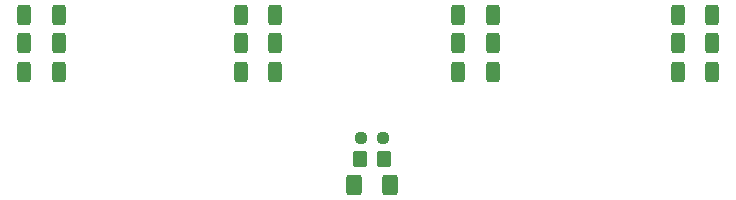
<source format=gtp>
G04 #@! TF.GenerationSoftware,KiCad,Pcbnew,7.0.7*
G04 #@! TF.CreationDate,2024-05-07T13:52:07+01:00*
G04 #@! TF.ProjectId,QA403 Impedance Fixture,51413430-3320-4496-9d70-6564616e6365,rev?*
G04 #@! TF.SameCoordinates,Original*
G04 #@! TF.FileFunction,Paste,Top*
G04 #@! TF.FilePolarity,Positive*
%FSLAX46Y46*%
G04 Gerber Fmt 4.6, Leading zero omitted, Abs format (unit mm)*
G04 Created by KiCad (PCBNEW 7.0.7) date 2024-05-07 13:52:07*
%MOMM*%
%LPD*%
G01*
G04 APERTURE LIST*
G04 Aperture macros list*
%AMRoundRect*
0 Rectangle with rounded corners*
0 $1 Rounding radius*
0 $2 $3 $4 $5 $6 $7 $8 $9 X,Y pos of 4 corners*
0 Add a 4 corners polygon primitive as box body*
4,1,4,$2,$3,$4,$5,$6,$7,$8,$9,$2,$3,0*
0 Add four circle primitives for the rounded corners*
1,1,$1+$1,$2,$3*
1,1,$1+$1,$4,$5*
1,1,$1+$1,$6,$7*
1,1,$1+$1,$8,$9*
0 Add four rect primitives between the rounded corners*
20,1,$1+$1,$2,$3,$4,$5,0*
20,1,$1+$1,$4,$5,$6,$7,0*
20,1,$1+$1,$6,$7,$8,$9,0*
20,1,$1+$1,$8,$9,$2,$3,0*%
G04 Aperture macros list end*
%ADD10RoundRect,0.250000X0.312500X0.625000X-0.312500X0.625000X-0.312500X-0.625000X0.312500X-0.625000X0*%
%ADD11RoundRect,0.250000X-0.312500X-0.625000X0.312500X-0.625000X0.312500X0.625000X-0.312500X0.625000X0*%
%ADD12RoundRect,0.237500X-0.250000X-0.237500X0.250000X-0.237500X0.250000X0.237500X-0.250000X0.237500X0*%
%ADD13RoundRect,0.250000X-0.400000X-0.625000X0.400000X-0.625000X0.400000X0.625000X-0.400000X0.625000X0*%
%ADD14RoundRect,0.250000X-0.350000X-0.450000X0.350000X-0.450000X0.350000X0.450000X-0.350000X0.450000X0*%
G04 APERTURE END LIST*
D10*
X86112500Y-42000000D03*
X83187500Y-42000000D03*
D11*
X138537500Y-44400000D03*
X141462500Y-44400000D03*
D10*
X104462500Y-44400000D03*
X101537500Y-44400000D03*
D11*
X83187500Y-44400000D03*
X86112500Y-44400000D03*
D10*
X122862500Y-44400000D03*
X119937500Y-44400000D03*
X141462500Y-42000000D03*
X138537500Y-42000000D03*
D11*
X138537500Y-46800000D03*
X141462500Y-46800000D03*
X101537500Y-42000000D03*
X104462500Y-42000000D03*
D10*
X104462500Y-46800000D03*
X101537500Y-46800000D03*
D11*
X83200000Y-46800000D03*
X86125000Y-46800000D03*
X119937500Y-42000000D03*
X122862500Y-42000000D03*
D10*
X122862500Y-46800000D03*
X119937500Y-46800000D03*
D12*
X111737500Y-52400000D03*
X113562500Y-52400000D03*
D13*
X111100000Y-56400000D03*
X114200000Y-56400000D03*
D14*
X111650000Y-54200000D03*
X113650000Y-54200000D03*
M02*

</source>
